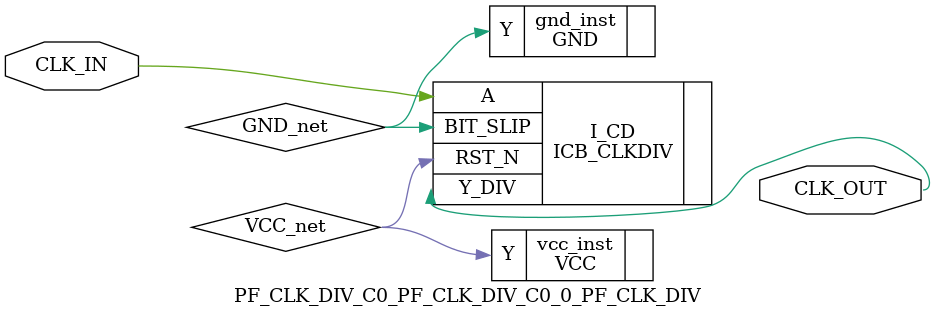
<source format=v>
`timescale 1 ns/100 ps


module PF_CLK_DIV_C0_PF_CLK_DIV_C0_0_PF_CLK_DIV(
       CLK_IN,
       CLK_OUT
    );
input  CLK_IN;
output CLK_OUT;

    wire GND_net, VCC_net;
    
    ICB_CLKDIV #( .DIVIDER(3'b100) )  I_CD (.RST_N(VCC_net), .BIT_SLIP(
        GND_net), .A(CLK_IN), .Y_DIV(CLK_OUT));
    VCC vcc_inst (.Y(VCC_net));
    GND gnd_inst (.Y(GND_net));
    
endmodule

</source>
